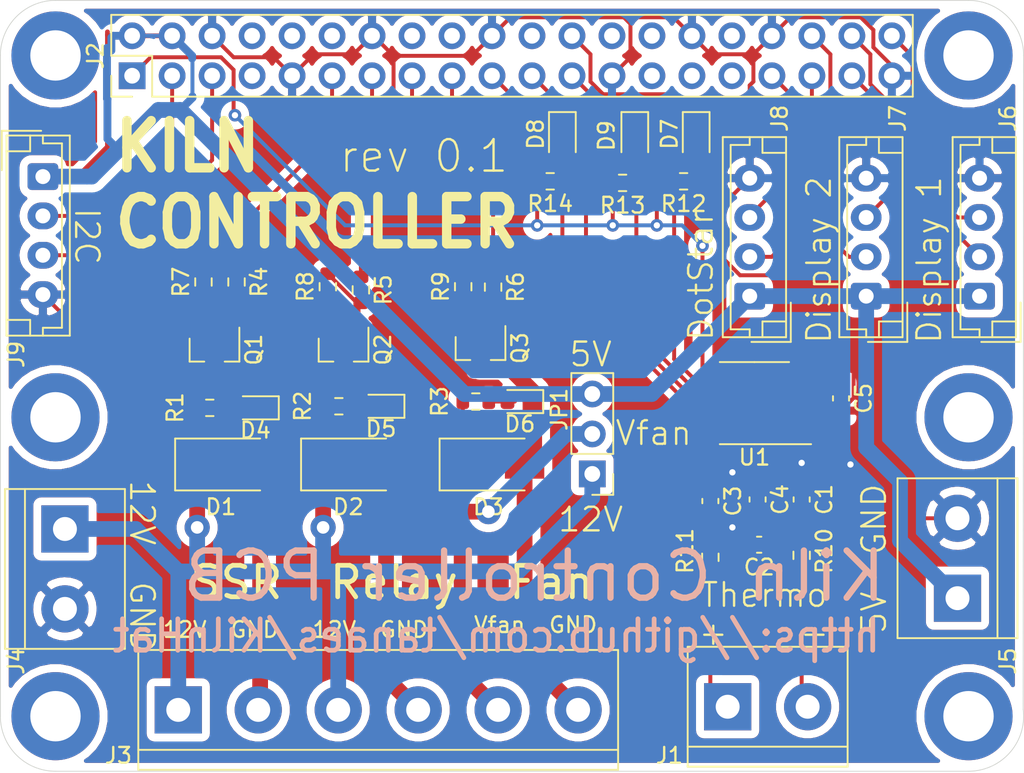
<source format=kicad_pcb>
(kicad_pcb (version 20171130) (host pcbnew "(5.1.10-1-10_14)")
  (layers (0 F.Cu signal) (31 B.Cu signal) (34 B.Paste user) (35 F.Paste user) (36 B.SilkS user) (37 F.SilkS user) (38 B.Mask user) (39 F.Mask user) (44 Edge.Cuts user))
  (net 0 "")
  (net 1 "Net-(C1-Pad2)")
  (net 2 GND)
  (net 3 "Net-(C2-Pad2)")
  (net 4 3V3)
  (net 5 mosfet0)
  (net 6 +12V)
  (net 7 mosfet1)
  (net 8 mosfet2)
  (net 9 Vfan)
  (net 10 "Net-(D4-Pad2)")
  (net 11 "Net-(D5-Pad2)")
  (net 12 "Net-(D6-Pad2)")
  (net 13 "Net-(D7-Pad2)")
  (net 14 SPI0_CS0)
  (net 15 "Net-(D8-Pad2)")
  (net 16 SPI0_MOSI)
  (net 17 "Net-(D9-Pad2)")
  (net 18 SPI0_SCLK)
  (net 19 "Net-(J1-Pad2)")
  (net 20 "Net-(J1-Pad1)")
  (net 21 DOT_DAT)
  (net 22 DOT_CLK)
  (net 23 "Net-(J2-Pad32)")
  (net 24 D2_DAT)
  (net 25 D2_CLK)
  (net 26 ID_SC)
  (net 27 ID_SD)
  (net 28 "Net-(J2-Pad26)")
  (net 29 "Net-(J2-Pad22)")
  (net 30 SPI0_MISO)
  (net 31 D1_DAT)
  (net 32 D1_CLK)
  (net 33 pwm2)
  (net 34 pwm1)
  (net 35 "Net-(J2-Pad12)")
  (net 36 pwm0)
  (net 37 "Net-(J2-Pad10)")
  (net 38 "Net-(J2-Pad8)")
  (net 39 "Net-(J2-Pad7)")
  (net 40 SCL1_I2C)
  (net 41 5V)
  (net 42 SDA1_I2C)
  (net 43 "Net-(Q1-Pad1)")
  (net 44 "Net-(Q2-Pad1)")
  (net 45 "Net-(Q3-Pad1)")
  (net 46 "Net-(U1-Pad13)")
  (net 47 "Net-(U1-Pad7)")
  (net 48 "Net-(U1-Pad6)")
  (net 49 "Net-(J2-Pad31)")
  (net 50 "Net-(J2-Pad29)")
  (net 51 "Net-(J2-Pad18)")
  (net 52 "Net-(J2-Pad16)")
  (module LED_SMD:LED_0603_1608Metric (layer F.Cu) (at 168 116.5 180)
    (fp_text reference D6 (at 0 -1.43) (layer F.SilkS))
    (fp_text value LED)
    (pad 2 smd roundrect (at 0.7875 0 180) (size 0.875 0.95) (layers F.Cu F.Paste F.Mask) (net 12 "Net-(D6-Pad2)"))
    (pad 1 smd roundrect (at -0.7875 0 180) (size 0.875 0.95) (layers F.Cu F.Paste F.Mask) (net 8 mosfet2))
  )
  (module LED_SMD:LED_0603_1608Metric (layer F.Cu) (at 159.18 116.8 180)
    (fp_text reference D5 (at 0 -1.43) (layer F.SilkS))
    (fp_text value LED)
    (pad 2 smd roundrect (at 0.7875 0 180) (size 0.875 0.95) (layers F.Cu F.Paste F.Mask) (net 11 "Net-(D5-Pad2)"))
    (pad 1 smd roundrect (at -0.7875 0 180) (size 0.875 0.95) (layers F.Cu F.Paste F.Mask) (net 7 mosfet1))
  )
  (module LED_SMD:LED_0603_1608Metric (layer F.Cu) (at 151.2 116.9 180)
    (fp_text reference D4 (at 0 -1.43) (layer F.SilkS))
    (fp_text value LED)
    (pad 2 smd roundrect (at 0.7875 0 180) (size 0.875 0.95) (layers F.Cu F.Paste F.Mask) (net 10 "Net-(D4-Pad2)"))
    (pad 1 smd roundrect (at -0.7875 0 180) (size 0.875 0.95) (layers F.Cu F.Paste F.Mask) (net 5 mosfet0))
  )
  (module MountingHole:MountingHole_3.2mm_M3_DIN965_Pad (layer F.Cu) (at 138.5 136.5)
    (fp_text reference REF** hide)
    (fp_text value MountingHole_3.2mm_M3_DIN965_Pad)
    (pad 1 thru_hole circle (at 0 0) (size 5.6 5.6) (drill 3.2) (layers *.Cu *.Mask))
  )
  (module MountingHole:MountingHole_3.2mm_M3_DIN965_Pad (layer F.Cu) (at 138.5 117.5)
    (fp_text reference REF** hide)
    (fp_text value MountingHole_3.2mm_M3_DIN965_Pad)
    (pad 1 thru_hole circle (at 0 0) (size 5.6 5.6) (drill 3.2) (layers *.Cu *.Mask))
  )
  (module MountingHole:MountingHole_3.2mm_M3_DIN965_Pad (layer F.Cu) (at 138.5 94.5)
    (fp_text reference REF** hide)
    (fp_text value MountingHole_3.2mm_M3_DIN965_Pad)
    (pad 1 thru_hole circle (at 0 0) (size 5.6 5.6) (drill 3.2) (layers *.Cu *.Mask))
  )
  (module MountingHole:MountingHole_3.2mm_M3_DIN965_Pad (layer F.Cu) (at 196.5 136.5)
    (fp_text reference REF** hide)
    (fp_text value MountingHole_3.2mm_M3_DIN965_Pad)
    (pad 1 thru_hole circle (at 0 0) (size 5.6 5.6) (drill 3.2) (layers *.Cu *.Mask))
  )
  (module MountingHole:MountingHole_3.2mm_M3_DIN965_Pad (layer F.Cu) (at 196.5 117.5)
    (fp_text reference REF** hide)
    (fp_text value MountingHole_3.2mm_M3_DIN965_Pad)
    (pad 1 thru_hole circle (at 0 0) (size 5.6 5.6) (drill 3.2) (layers *.Cu *.Mask))
  )
  (module MountingHole:MountingHole_3.2mm_M3_DIN965_Pad (layer F.Cu) (at 196.5 94.5)
    (fp_text reference REF** hide)
    (fp_text value MountingHole_3.2mm_M3_DIN965_Pad)
    (pad 1 thru_hole circle (at 0 0) (size 5.6 5.6) (drill 3.2) (layers *.Cu *.Mask))
  )
  (module Connector_PinHeader_2.54mm:PinHeader_2x20_P2.54mm_Vertical (layer F.Cu) (at 143.37 95.79 90)
    (fp_text reference J2 (at 1.27 -2.33 90) (layer F.SilkS))
    (fp_text value Conn_02x20_Odd_Even)
    (pad 40 thru_hole oval (at 2.54 48.26 90) (size 1.7 1.7) (drill 1) (layers *.Cu *.Mask) (net 31 D1_DAT))
    (pad 39 thru_hole oval (at 0 48.26 90) (size 1.7 1.7) (drill 1) (layers *.Cu *.Mask) (net 2 GND))
    (pad 38 thru_hole oval (at 2.54 45.72 90) (size 1.7 1.7) (drill 1) (layers *.Cu *.Mask) (net 32 D1_CLK))
    (pad 37 thru_hole oval (at 0 45.72 90) (size 1.7 1.7) (drill 1) (layers *.Cu *.Mask) (net 24 D2_DAT))
    (pad 36 thru_hole oval (at 2.54 43.18 90) (size 1.7 1.7) (drill 1) (layers *.Cu *.Mask) (net 25 D2_CLK))
    (pad 35 thru_hole oval (at 0 43.18 90) (size 1.7 1.7) (drill 1) (layers *.Cu *.Mask) (net 22 DOT_CLK))
    (pad 34 thru_hole oval (at 2.54 40.64 90) (size 1.7 1.7) (drill 1) (layers *.Cu *.Mask) (net 2 GND))
    (pad 33 thru_hole oval (at 0 40.64 90) (size 1.7 1.7) (drill 1) (layers *.Cu *.Mask) (net 21 DOT_DAT))
    (pad 32 thru_hole oval (at 2.54 38.1 90) (size 1.7 1.7) (drill 1) (layers *.Cu *.Mask) (net 23 "Net-(J2-Pad32)"))
    (pad 31 thru_hole oval (at 0 38.1 90) (size 1.7 1.7) (drill 1) (layers *.Cu *.Mask) (net 49 "Net-(J2-Pad31)"))
    (pad 30 thru_hole oval (at 2.54 35.56 90) (size 1.7 1.7) (drill 1) (layers *.Cu *.Mask) (net 2 GND))
    (pad 29 thru_hole oval (at 0 35.56 90) (size 1.7 1.7) (drill 1) (layers *.Cu *.Mask) (net 50 "Net-(J2-Pad29)"))
    (pad 28 thru_hole oval (at 2.54 33.02 90) (size 1.7 1.7) (drill 1) (layers *.Cu *.Mask) (net 26 ID_SC))
    (pad 27 thru_hole oval (at 0 33.02 90) (size 1.7 1.7) (drill 1) (layers *.Cu *.Mask) (net 27 ID_SD))
    (pad 26 thru_hole oval (at 2.54 30.48 90) (size 1.7 1.7) (drill 1) (layers *.Cu *.Mask) (net 28 "Net-(J2-Pad26)"))
    (pad 25 thru_hole oval (at 0 30.48 90) (size 1.7 1.7) (drill 1) (layers *.Cu *.Mask) (net 2 GND))
    (pad 24 thru_hole oval (at 2.54 27.94 90) (size 1.7 1.7) (drill 1) (layers *.Cu *.Mask) (net 14 SPI0_CS0))
    (pad 23 thru_hole oval (at 0 27.94 90) (size 1.7 1.7) (drill 1) (layers *.Cu *.Mask) (net 18 SPI0_SCLK))
    (pad 22 thru_hole oval (at 2.54 25.4 90) (size 1.7 1.7) (drill 1) (layers *.Cu *.Mask) (net 29 "Net-(J2-Pad22)"))
    (pad 21 thru_hole oval (at 0 25.4 90) (size 1.7 1.7) (drill 1) (layers *.Cu *.Mask) (net 30 SPI0_MISO))
    (pad 20 thru_hole oval (at 2.54 22.86 90) (size 1.7 1.7) (drill 1) (layers *.Cu *.Mask) (net 2 GND))
    (pad 19 thru_hole oval (at 0 22.86 90) (size 1.7 1.7) (drill 1) (layers *.Cu *.Mask) (net 16 SPI0_MOSI))
    (pad 18 thru_hole oval (at 2.54 20.32 90) (size 1.7 1.7) (drill 1) (layers *.Cu *.Mask) (net 51 "Net-(J2-Pad18)"))
    (pad 17 thru_hole oval (at 0 20.32 90) (size 1.7 1.7) (drill 1) (layers *.Cu *.Mask) (net 4 3V3))
    (pad 16 thru_hole oval (at 2.54 17.78 90) (size 1.7 1.7) (drill 1) (layers *.Cu *.Mask) (net 52 "Net-(J2-Pad16)"))
    (pad 15 thru_hole oval (at 0 17.78 90) (size 1.7 1.7) (drill 1) (layers *.Cu *.Mask) (net 33 pwm2))
    (pad 14 thru_hole oval (at 2.54 15.24 90) (size 1.7 1.7) (drill 1) (layers *.Cu *.Mask) (net 2 GND))
    (pad 13 thru_hole oval (at 0 15.24 90) (size 1.7 1.7) (drill 1) (layers *.Cu *.Mask) (net 34 pwm1))
    (pad 12 thru_hole oval (at 2.54 12.7 90) (size 1.7 1.7) (drill 1) (layers *.Cu *.Mask) (net 35 "Net-(J2-Pad12)"))
    (pad 11 thru_hole oval (at 0 12.7 90) (size 1.7 1.7) (drill 1) (layers *.Cu *.Mask) (net 36 pwm0))
    (pad 10 thru_hole oval (at 2.54 10.16 90) (size 1.7 1.7) (drill 1) (layers *.Cu *.Mask) (net 37 "Net-(J2-Pad10)"))
    (pad 9 thru_hole oval (at 0 10.16 90) (size 1.7 1.7) (drill 1) (layers *.Cu *.Mask) (net 2 GND))
    (pad 8 thru_hole oval (at 2.54 7.62 90) (size 1.7 1.7) (drill 1) (layers *.Cu *.Mask) (net 38 "Net-(J2-Pad8)"))
    (pad 7 thru_hole oval (at 0 7.62 90) (size 1.7 1.7) (drill 1) (layers *.Cu *.Mask) (net 39 "Net-(J2-Pad7)"))
    (pad 6 thru_hole oval (at 2.54 5.08 90) (size 1.7 1.7) (drill 1) (layers *.Cu *.Mask) (net 2 GND))
    (pad 5 thru_hole oval (at 0 5.08 90) (size 1.7 1.7) (drill 1) (layers *.Cu *.Mask) (net 40 SCL1_I2C))
    (pad 4 thru_hole oval (at 2.54 2.54 90) (size 1.7 1.7) (drill 1) (layers *.Cu *.Mask) (net 41 5V))
    (pad 3 thru_hole oval (at 0 2.54 90) (size 1.7 1.7) (drill 1) (layers *.Cu *.Mask) (net 42 SDA1_I2C))
    (pad 2 thru_hole oval (at 2.54 0 90) (size 1.7 1.7) (drill 1) (layers *.Cu *.Mask) (net 41 5V))
    (pad 1 thru_hole rect (at 0 0 90) (size 1.7 1.7) (drill 1) (layers *.Cu *.Mask) (net 4 3V3))
  )
  (module Connector_JST:JST_EH_B4B-EH-A_1x04_P2.50mm_Vertical (layer F.Cu) (at 190 109.8 90)
    (fp_text reference J7 (at 11.3 2 90) (layer F.SilkS))
    (fp_text value Disp2)
    (pad 4 thru_hole oval (at 7.5 0 90) (size 1.7 1.95) (drill 0.95) (layers *.Cu *.Mask) (net 2 GND))
    (pad 3 thru_hole oval (at 5 0 90) (size 1.7 1.95) (drill 0.95) (layers *.Cu *.Mask) (net 24 D2_DAT))
    (pad 2 thru_hole oval (at 2.5 0 90) (size 1.7 1.95) (drill 0.95) (layers *.Cu *.Mask) (net 25 D2_CLK))
    (pad 1 thru_hole roundrect (at 0 0 90) (size 1.7 1.95) (drill 0.95) (layers *.Cu *.Mask) (roundrect_rratio 0.1470588235294118) (net 41 5V))
  )
  (module TerminalBlock:TerminalBlock_bornier-6_P5.08mm (layer F.Cu) (at 146.3 136.1)
    (fp_text reference J3 (at -3.8 2.9) (layer F.SilkS))
    (fp_text value Screw_Terminal_01x06)
    (pad 6 thru_hole circle (at 25.4 0) (size 3 3) (drill 1.52) (layers *.Cu *.Mask) (net 8 mosfet2))
    (pad 5 thru_hole circle (at 20.32 0) (size 3 3) (drill 1.52) (layers *.Cu *.Mask) (net 9 Vfan))
    (pad 4 thru_hole circle (at 15.24 0) (size 3 3) (drill 1.52) (layers *.Cu *.Mask) (net 7 mosfet1))
    (pad 1 thru_hole rect (at 0 0) (size 3 3) (drill 1.52) (layers *.Cu *.Mask) (net 6 +12V))
    (pad 3 thru_hole circle (at 10.16 0) (size 3 3) (drill 1.52) (layers *.Cu *.Mask) (net 6 +12V))
    (pad 2 thru_hole circle (at 5.08 0) (size 3 3) (drill 1.52) (layers *.Cu *.Mask) (net 5 mosfet0))
  )
  (module Package_SO:TSSOP-14_4.4x5mm_P0.65mm (layer F.Cu) (at 182.9 116.6 180)
    (fp_text reference U1 (at 0 -3.45) (layer F.SilkS))
    (fp_text value MAX31856)
    (pad 14 smd roundrect (at 2.8625 -1.95 180) (size 1.475 0.4) (layers F.Cu F.Paste F.Mask) (net 2 GND))
    (pad 13 smd roundrect (at 2.8625 -1.3 180) (size 1.475 0.4) (layers F.Cu F.Paste F.Mask) (net 46 "Net-(U1-Pad13)"))
    (pad 12 smd roundrect (at 2.8625 -0.65 180) (size 1.475 0.4) (layers F.Cu F.Paste F.Mask) (net 15 "Net-(D8-Pad2)"))
    (pad 11 smd roundrect (at 2.8625 0 180) (size 1.475 0.4) (layers F.Cu F.Paste F.Mask) (net 30 SPI0_MISO))
    (pad 10 smd roundrect (at 2.8625 0.65 180) (size 1.475 0.4) (layers F.Cu F.Paste F.Mask) (net 17 "Net-(D9-Pad2)"))
    (pad 9 smd roundrect (at 2.8625 1.3 180) (size 1.475 0.4) (layers F.Cu F.Paste F.Mask) (net 13 "Net-(D7-Pad2)"))
    (pad 8 smd roundrect (at 2.8625 1.95 180) (size 1.475 0.4) (layers F.Cu F.Paste F.Mask) (net 4 3V3))
    (pad 7 smd roundrect (at -2.8625 1.95 180) (size 1.475 0.4) (layers F.Cu F.Paste F.Mask) (net 47 "Net-(U1-Pad7)"))
    (pad 6 smd roundrect (at -2.8625 1.3 180) (size 1.475 0.4) (layers F.Cu F.Paste F.Mask) (net 48 "Net-(U1-Pad6)"))
    (pad 5 smd roundrect (at -2.8625 0.65 180) (size 1.475 0.4) (layers F.Cu F.Paste F.Mask) (net 4 3V3))
    (pad 4 smd roundrect (at -2.8625 0 180) (size 1.475 0.4) (layers F.Cu F.Paste F.Mask) (net 3 "Net-(C2-Pad2)"))
    (pad 3 smd roundrect (at -2.8625 -0.65 180) (size 1.475 0.4) (layers F.Cu F.Paste F.Mask) (net 1 "Net-(C1-Pad2)"))
    (pad 2 smd roundrect (at -2.8625 -1.3 180) (size 1.475 0.4) (layers F.Cu F.Paste F.Mask) (net 19 "Net-(J1-Pad2)"))
    (pad 1 smd roundrect (at -2.8625 -1.95 180) (size 1.475 0.4) (layers F.Cu F.Paste F.Mask) (net 2 GND))
  )
  (module Resistor_SMD:R_0603_1608Metric (layer F.Cu) (at 169.925 102.5 180)
    (fp_text reference R14 (at 0 -1.43) (layer F.SilkS))
    (fp_text value 10k)
    (pad 2 smd roundrect (at 0.825 0 180) (size 0.8 0.95) (layers F.Cu F.Paste F.Mask) (net 4 3V3))
    (pad 1 smd roundrect (at -0.825 0 180) (size 0.8 0.95) (layers F.Cu F.Paste F.Mask) (net 15 "Net-(D8-Pad2)"))
  )
  (module Resistor_SMD:R_0603_1608Metric (layer F.Cu) (at 174.525 102.6 180)
    (fp_text reference R13 (at 0 -1.43) (layer F.SilkS))
    (fp_text value 10k)
    (pad 2 smd roundrect (at 0.825 0 180) (size 0.8 0.95) (layers F.Cu F.Paste F.Mask) (net 4 3V3))
    (pad 1 smd roundrect (at -0.825 0 180) (size 0.8 0.95) (layers F.Cu F.Paste F.Mask) (net 17 "Net-(D9-Pad2)"))
  )
  (module Resistor_SMD:R_0603_1608Metric (layer F.Cu) (at 178.4 102.5 180)
    (fp_text reference R12 (at 0 -1.43) (layer F.SilkS))
    (fp_text value 10k)
    (pad 2 smd roundrect (at 0.825 0 180) (size 0.8 0.95) (layers F.Cu F.Paste F.Mask) (net 4 3V3))
    (pad 1 smd roundrect (at -0.825 0 180) (size 0.8 0.95) (layers F.Cu F.Paste F.Mask) (net 13 "Net-(D7-Pad2)"))
  )
  (module Resistor_SMD:R_0603_1608Metric (layer F.Cu) (at 180.1 126.4 270)
    (fp_text reference R11 (at -0.4 1.6 270) (layer F.SilkS))
    (fp_text value 100)
    (pad 2 smd roundrect (at 0.825 0 270) (size 0.8 0.95) (layers F.Cu F.Paste F.Mask) (net 20 "Net-(J1-Pad1)"))
    (pad 1 smd roundrect (at -0.825 0 270) (size 0.8 0.95) (layers F.Cu F.Paste F.Mask) (net 3 "Net-(C2-Pad2)"))
  )
  (module Resistor_SMD:R_0603_1608Metric (layer F.Cu) (at 185.9 126.275 270)
    (fp_text reference R10 (at -0.275 -1.43 90) (layer F.SilkS))
    (fp_text value 100)
    (pad 2 smd roundrect (at 0.825 0 270) (size 0.8 0.95) (layers F.Cu F.Paste F.Mask) (net 19 "Net-(J1-Pad2)"))
    (pad 1 smd roundrect (at -0.825 0 270) (size 0.8 0.95) (layers F.Cu F.Paste F.Mask) (net 1 "Net-(C1-Pad2)"))
  )
  (module Resistor_SMD:R_0603_1608Metric (layer F.Cu) (at 164.4 109.2 90)
    (fp_text reference R9 (at 0 -1.43 90) (layer F.SilkS))
    (fp_text value 10k)
    (pad 2 smd roundrect (at 0.825 0 90) (size 0.8 0.95) (layers F.Cu F.Paste F.Mask) (net 45 "Net-(Q3-Pad1)"))
    (pad 1 smd roundrect (at -0.825 0 90) (size 0.8 0.95) (layers F.Cu F.Paste F.Mask) (net 2 GND))
  )
  (module Resistor_SMD:R_0603_1608Metric (layer F.Cu) (at 155.8 109.2 90)
    (fp_text reference R8 (at 0 -1.43 90) (layer F.SilkS))
    (fp_text value 10k)
    (pad 2 smd roundrect (at 0.825 0 90) (size 0.8 0.95) (layers F.Cu F.Paste F.Mask) (net 44 "Net-(Q2-Pad1)"))
    (pad 1 smd roundrect (at -0.825 0 90) (size 0.8 0.95) (layers F.Cu F.Paste F.Mask) (net 2 GND))
  )
  (module Resistor_SMD:R_0603_1608Metric (layer F.Cu) (at 147.9 108.9 90)
    (fp_text reference R7 (at 0 -1.43 90) (layer F.SilkS))
    (fp_text value 10k)
    (pad 2 smd roundrect (at 0.825 0 90) (size 0.8 0.95) (layers F.Cu F.Paste F.Mask) (net 43 "Net-(Q1-Pad1)"))
    (pad 1 smd roundrect (at -0.825 0 90) (size 0.8 0.95) (layers F.Cu F.Paste F.Mask) (net 2 GND))
  )
  (module Resistor_SMD:R_0603_1608Metric (layer F.Cu) (at 166.3 109.225 270)
    (fp_text reference R6 (at 0 -1.43 90) (layer F.SilkS))
    (fp_text value 100)
    (pad 2 smd roundrect (at 0.825 0 270) (size 0.8 0.95) (layers F.Cu F.Paste F.Mask) (net 45 "Net-(Q3-Pad1)"))
    (pad 1 smd roundrect (at -0.825 0 270) (size 0.8 0.95) (layers F.Cu F.Paste F.Mask) (net 33 pwm2))
  )
  (module Resistor_SMD:R_0603_1608Metric (layer F.Cu) (at 157.9 109.4 270)
    (fp_text reference R5 (at 0 -1.43 90) (layer F.SilkS))
    (fp_text value 100)
    (pad 2 smd roundrect (at 0.825 0 270) (size 0.8 0.95) (layers F.Cu F.Paste F.Mask) (net 44 "Net-(Q2-Pad1)"))
    (pad 1 smd roundrect (at -0.825 0 270) (size 0.8 0.95) (layers F.Cu F.Paste F.Mask) (net 34 pwm1))
  )
  (module Resistor_SMD:R_0603_1608Metric (layer F.Cu) (at 150 108.9 270)
    (fp_text reference R4 (at 0 -1.43 90) (layer F.SilkS))
    (fp_text value 100)
    (pad 2 smd roundrect (at 0.825 0 270) (size 0.8 0.95) (layers F.Cu F.Paste F.Mask) (net 43 "Net-(Q1-Pad1)"))
    (pad 1 smd roundrect (at -0.825 0 270) (size 0.8 0.95) (layers F.Cu F.Paste F.Mask) (net 36 pwm0))
  )
  (module Resistor_SMD:R_0603_1608Metric (layer F.Cu) (at 165.2 116.5 180)
    (fp_text reference R3 (at 2.3 0 90) (layer F.SilkS))
    (fp_text value 4.7k)
    (pad 2 smd roundrect (at 0.825 0 180) (size 0.8 0.95) (layers F.Cu F.Paste F.Mask) (net 9 Vfan))
    (pad 1 smd roundrect (at -0.825 0 180) (size 0.8 0.95) (layers F.Cu F.Paste F.Mask) (net 12 "Net-(D6-Pad2)"))
  )
  (module Resistor_SMD:R_0603_1608Metric (layer F.Cu) (at 156.5 116.8 180)
    (fp_text reference R2 (at 2.3 0 90) (layer F.SilkS))
    (fp_text value 4.7k)
    (pad 2 smd roundrect (at 0.825 0 180) (size 0.8 0.95) (layers F.Cu F.Paste F.Mask) (net 6 +12V))
    (pad 1 smd roundrect (at -0.825 0 180) (size 0.8 0.95) (layers F.Cu F.Paste F.Mask) (net 11 "Net-(D5-Pad2)"))
  )
  (module Resistor_SMD:R_0603_1608Metric (layer F.Cu) (at 148.3 116.9 180)
    (fp_text reference R1 (at 2.2 0 90) (layer F.SilkS))
    (fp_text value 4.7k)
    (pad 2 smd roundrect (at 0.825 0 180) (size 0.8 0.95) (layers F.Cu F.Paste F.Mask) (net 6 +12V))
    (pad 1 smd roundrect (at -0.825 0 180) (size 0.8 0.95) (layers F.Cu F.Paste F.Mask) (net 10 "Net-(D4-Pad2)"))
  )
  (module Package_TO_SOT_SMD:SOT-23 (layer F.Cu) (at 165.5 113.1 270)
    (fp_text reference Q3 (at 0 -2.5 90) (layer F.SilkS))
    (fp_text value AO3400A)
    (pad 3 smd rect (at 1 0 270) (size 0.9 0.8) (layers F.Cu F.Paste F.Mask) (net 8 mosfet2))
    (pad 2 smd rect (at -1 0.95 270) (size 0.9 0.8) (layers F.Cu F.Paste F.Mask) (net 2 GND))
    (pad 1 smd rect (at -1 -0.95 270) (size 0.9 0.8) (layers F.Cu F.Paste F.Mask) (net 45 "Net-(Q3-Pad1)"))
  )
  (module Package_TO_SOT_SMD:SOT-23 (layer F.Cu) (at 156.8 113.2 270)
    (fp_text reference Q2 (at 0 -2.5 90) (layer F.SilkS))
    (fp_text value AO3400A)
    (pad 3 smd rect (at 1 0 270) (size 0.9 0.8) (layers F.Cu F.Paste F.Mask) (net 7 mosfet1))
    (pad 2 smd rect (at -1 0.95 270) (size 0.9 0.8) (layers F.Cu F.Paste F.Mask) (net 2 GND))
    (pad 1 smd rect (at -1 -0.95 270) (size 0.9 0.8) (layers F.Cu F.Paste F.Mask) (net 44 "Net-(Q2-Pad1)"))
  )
  (module Package_TO_SOT_SMD:SOT-23 (layer F.Cu) (at 148.6 113.2 270)
    (fp_text reference Q1 (at 0 -2.5 90) (layer F.SilkS))
    (fp_text value AO3400A)
    (pad 3 smd rect (at 1 0 270) (size 0.9 0.8) (layers F.Cu F.Paste F.Mask) (net 5 mosfet0))
    (pad 2 smd rect (at -1 0.95 270) (size 0.9 0.8) (layers F.Cu F.Paste F.Mask) (net 2 GND))
    (pad 1 smd rect (at -1 -0.95 270) (size 0.9 0.8) (layers F.Cu F.Paste F.Mask) (net 43 "Net-(Q1-Pad1)"))
  )
  (module Connector_PinHeader_2.54mm:PinHeader_1x03_P2.54mm_Vertical (layer F.Cu) (at 172.6 121.1 180)
    (fp_text reference JP1 (at 2.1 4.1 90) (layer F.SilkS))
    (fp_text value Jumper_3_Bridged12)
    (pad 3 thru_hole oval (at 0 5.08 180) (size 1.7 1.7) (drill 1) (layers *.Cu *.Mask) (net 41 5V))
    (pad 2 thru_hole oval (at 0 2.54 180) (size 1.7 1.7) (drill 1) (layers *.Cu *.Mask) (net 9 Vfan))
    (pad 1 thru_hole rect (at 0 0 180) (size 1.7 1.7) (drill 1) (layers *.Cu *.Mask) (net 6 +12V))
  )
  (module Connector_JST:JST_EH_B4B-EH-A_1x04_P2.50mm_Vertical (layer F.Cu) (at 137.7 102.2 270)
    (fp_text reference J9 (at 11.3 1.7 90) (layer F.SilkS))
    (fp_text value I2C)
    (pad 4 thru_hole oval (at 7.5 0 270) (size 1.7 1.95) (drill 0.95) (layers *.Cu *.Mask) (net 2 GND))
    (pad 3 thru_hole oval (at 5 0 270) (size 1.7 1.95) (drill 0.95) (layers *.Cu *.Mask) (net 40 SCL1_I2C))
    (pad 2 thru_hole oval (at 2.5 0 270) (size 1.7 1.95) (drill 0.95) (layers *.Cu *.Mask) (net 42 SDA1_I2C))
    (pad 1 thru_hole roundrect (at 0 0 270) (size 1.7 1.95) (drill 0.95) (layers *.Cu *.Mask) (roundrect_rratio 0.1470588235294118) (net 41 5V))
  )
  (module Connector_JST:JST_EH_B4B-EH-A_1x04_P2.50mm_Vertical (layer F.Cu) (at 182.6 109.8 90)
    (fp_text reference J8 (at 11.3 1.9 90) (layer F.SilkS))
    (fp_text value DotStar)
    (pad 4 thru_hole oval (at 7.5 0 90) (size 1.7 1.95) (drill 0.95) (layers *.Cu *.Mask) (net 2 GND))
    (pad 3 thru_hole oval (at 5 0 90) (size 1.7 1.95) (drill 0.95) (layers *.Cu *.Mask) (net 21 DOT_DAT))
    (pad 2 thru_hole oval (at 2.5 0 90) (size 1.7 1.95) (drill 0.95) (layers *.Cu *.Mask) (net 22 DOT_CLK))
    (pad 1 thru_hole roundrect (at 0 0 90) (size 1.7 1.95) (drill 0.95) (layers *.Cu *.Mask) (roundrect_rratio 0.1470588235294118) (net 41 5V))
  )
  (module Connector_JST:JST_EH_B4B-EH-A_1x04_P2.50mm_Vertical (layer F.Cu) (at 197.2 109.8 90)
    (fp_text reference J6 (at 11.3 1.8 90) (layer F.SilkS))
    (fp_text value Disp1)
    (pad 4 thru_hole oval (at 7.5 0 90) (size 1.7 1.95) (drill 0.95) (layers *.Cu *.Mask) (net 2 GND))
    (pad 3 thru_hole oval (at 5 0 90) (size 1.7 1.95) (drill 0.95) (layers *.Cu *.Mask) (net 31 D1_DAT))
    (pad 2 thru_hole oval (at 2.5 0 90) (size 1.7 1.95) (drill 0.95) (layers *.Cu *.Mask) (net 32 D1_CLK))
    (pad 1 thru_hole roundrect (at 0 0 90) (size 1.7 1.95) (drill 0.95) (layers *.Cu *.Mask) (roundrect_rratio 0.1470588235294118) (net 41 5V))
  )
  (module TerminalBlock:TerminalBlock_bornier-2_P5.08mm (layer F.Cu) (at 195.8 129 90)
    (fp_text reference J5 (at -4 3.2 90) (layer F.SilkS))
    (fp_text value "5V PS in")
    (pad 2 thru_hole circle (at 5.08 0 90) (size 3 3) (drill 1.52) (layers *.Cu *.Mask) (net 2 GND))
    (pad 1 thru_hole rect (at 0 0 90) (size 3 3) (drill 1.52) (layers *.Cu *.Mask) (net 41 5V))
  )
  (module TerminalBlock:TerminalBlock_bornier-2_P5.08mm (layer F.Cu) (at 139.1 124.6 270)
    (fp_text reference J4 (at 8.4 3.1 90) (layer F.SilkS))
    (fp_text value "12V PS in")
    (pad 2 thru_hole circle (at 5.08 0 270) (size 3 3) (drill 1.52) (layers *.Cu *.Mask) (net 2 GND))
    (pad 1 thru_hole rect (at 0 0 270) (size 3 3) (drill 1.52) (layers *.Cu *.Mask) (net 6 +12V))
  )
  (module TerminalBlock:TerminalBlock_bornier-2_P5.08mm (layer F.Cu) (at 181.2 135.9)
    (fp_text reference J1 (at -3.7 3.1) (layer F.SilkS))
    (fp_text value Screw_Terminal_01x02)
    (pad 2 thru_hole circle (at 5.08 0) (size 3 3) (drill 1.52) (layers *.Cu *.Mask) (net 19 "Net-(J1-Pad2)"))
    (pad 1 thru_hole rect (at 0 0) (size 3 3) (drill 1.52) (layers *.Cu *.Mask) (net 20 "Net-(J1-Pad1)"))
  )
  (module Diode_SMD:D_SOD-323 (layer F.Cu) (at 175.3 99.6 270)
    (fp_text reference D9 (at 0 1.8 90) (layer F.SilkS))
    (fp_text value 1N4148WS)
    (pad 2 smd rect (at 1.05 0 270) (size 0.6 0.45) (layers F.Cu F.Paste F.Mask) (net 17 "Net-(D9-Pad2)"))
    (pad 1 smd rect (at -1.05 0 270) (size 0.6 0.45) (layers F.Cu F.Paste F.Mask) (net 18 SPI0_SCLK))
  )
  (module Diode_SMD:D_SOD-323 (layer F.Cu) (at 170.7 99.6 270)
    (fp_text reference D8 (at -0.1 1.7 90) (layer F.SilkS))
    (fp_text value 1N4148WS)
    (pad 2 smd rect (at 1.05 0 270) (size 0.6 0.45) (layers F.Cu F.Paste F.Mask) (net 15 "Net-(D8-Pad2)"))
    (pad 1 smd rect (at -1.05 0 270) (size 0.6 0.45) (layers F.Cu F.Paste F.Mask) (net 16 SPI0_MOSI))
  )
  (module Diode_SMD:D_SOD-323 (layer F.Cu) (at 179.2 99.6 270)
    (fp_text reference D7 (at -0.1 1.7 90) (layer F.SilkS))
    (fp_text value 1N4148WS)
    (pad 2 smd rect (at 1.05 0 270) (size 0.6 0.45) (layers F.Cu F.Paste F.Mask) (net 13 "Net-(D7-Pad2)"))
    (pad 1 smd rect (at -1.05 0 270) (size 0.6 0.45) (layers F.Cu F.Paste F.Mask) (net 14 SPI0_CS0))
  )
  (module Diode_SMD:D_SMA (layer F.Cu) (at 166.3 120.5)
    (fp_text reference D3 (at -0.3 2.7) (layer F.SilkS))
    (fp_text value D_Schottky)
    (pad 2 smd rect (at 2 0) (size 2.5 1.8) (layers F.Cu F.Paste F.Mask) (net 8 mosfet2))
    (pad 1 smd rect (at -2 0) (size 2.5 1.8) (layers F.Cu F.Paste F.Mask) (net 9 Vfan))
  )
  (module Diode_SMD:D_SMA (layer F.Cu) (at 157.5 120.5)
    (fp_text reference D2 (at -0.4 2.7) (layer F.SilkS))
    (fp_text value D_Schottky)
    (pad 2 smd rect (at 2 0) (size 2.5 1.8) (layers F.Cu F.Paste F.Mask) (net 7 mosfet1))
    (pad 1 smd rect (at -2 0) (size 2.5 1.8) (layers F.Cu F.Paste F.Mask) (net 6 +12V))
  )
  (module Diode_SMD:D_SMA (layer F.Cu) (at 149.5 120.5)
    (fp_text reference D1 (at -0.5 2.7) (layer F.SilkS))
    (fp_text value D_Schottky)
    (pad 2 smd rect (at 2 0) (size 2.5 1.8) (layers F.Cu F.Paste F.Mask) (net 5 mosfet0))
    (pad 1 smd rect (at -2 0) (size 2.5 1.8) (layers F.Cu F.Paste F.Mask) (net 6 +12V))
  )
  (module Capacitor_SMD:C_0603_1608Metric (layer F.Cu) (at 188.4 116.3 270)
    (fp_text reference C5 (at 0 -1.43 90) (layer F.SilkS))
    (fp_text value .1uF)
    (pad 2 smd roundrect (at 0.775 0 270) (size 0.9 0.95) (layers F.Cu F.Paste F.Mask) (net 2 GND))
    (pad 1 smd roundrect (at -0.775 0 270) (size 0.9 0.95) (layers F.Cu F.Paste F.Mask) (net 4 3V3))
  )
  (module Capacitor_SMD:C_0603_1608Metric (layer F.Cu) (at 183.1 122.725 270)
    (fp_text reference C4 (at 0 -1.43 90) (layer F.SilkS))
    (fp_text value .1uF)
    (pad 2 smd roundrect (at 0.775 0 270) (size 0.9 0.95) (layers F.Cu F.Paste F.Mask) (net 2 GND))
    (pad 1 smd roundrect (at -0.775 0 270) (size 0.9 0.95) (layers F.Cu F.Paste F.Mask) (net 4 3V3))
  )
  (module Capacitor_SMD:C_0603_1608Metric (layer F.Cu) (at 180.1 122.825 270)
    (fp_text reference C3 (at 0 -1.43 90) (layer F.SilkS))
    (fp_text value .01uF)
    (pad 2 smd roundrect (at 0.775 0 270) (size 0.9 0.95) (layers F.Cu F.Paste F.Mask) (net 2 GND))
    (pad 1 smd roundrect (at -0.775 0 270) (size 0.9 0.95) (layers F.Cu F.Paste F.Mask) (net 3 "Net-(C2-Pad2)"))
  )
  (module Capacitor_SMD:C_0603_1608Metric (layer F.Cu) (at 183.2 125.6 180)
    (fp_text reference C2 (at 0 -1.43) (layer F.SilkS))
    (fp_text value .1uF)
    (pad 2 smd roundrect (at 0.775 0 180) (size 0.9 0.95) (layers F.Cu F.Paste F.Mask) (net 3 "Net-(C2-Pad2)"))
    (pad 1 smd roundrect (at -0.775 0 180) (size 0.9 0.95) (layers F.Cu F.Paste F.Mask) (net 1 "Net-(C1-Pad2)"))
  )
  (module Capacitor_SMD:C_0603_1608Metric (layer F.Cu) (at 185.9 122.725 270)
    (fp_text reference C1 (at 0 -1.43 90) (layer F.SilkS))
    (fp_text value .01uF)
    (pad 2 smd roundrect (at 0.775 0 270) (size 0.9 0.95) (layers F.Cu F.Paste F.Mask) (net 1 "Net-(C1-Pad2)"))
    (pad 1 smd roundrect (at -0.775 0 270) (size 0.9 0.95) (layers F.Cu F.Paste F.Mask) (net 2 GND))
  )
  (gr_text https://github.com/tanaes/KilnHat (at 166.5 131.4) (layer B.SilkS) (effects (font (size 2 1.8) (thickness 0.3)) (justify mirror)))
  (gr_text "Kiln Controller PCB\n" (at 168.9 127.6) (layer B.SilkS) (effects (font (size 3 3) (thickness 0.4)) (justify mirror)))
  (gr_text "rev 0.1" (at 161.9 100.9) (layer F.SilkS) (effects (font (size 2 2))))
  (gr_text "KILN\nCONTROLLER" (at 142 102.7) (layer F.SilkS) (effects (font (size 3 2.7) (thickness 0.6)) (justify left)))
  (gr_text "Thermo\n+    -" (at 183.5 130) (layer F.SilkS) (effects (font (size 1.5 1.5))))
  (gr_text I2C (at 140.5 106 -90) (layer F.SilkS) (effects (font (size 1.5 1.5))))
  (gr_text "12V  GND" (at 144 127 270) (layer F.SilkS) (effects (font (size 1.5 1.5))))
  (gr_text "Vfan  GND\n\n" (at 169 131.5) (layer F.SilkS) (effects (font (size 1 1))))
  (gr_text "12V  GND\n" (at 158.5 131) (layer F.SilkS) (effects (font (size 1 1))))
  (gr_text "12V  GND" (at 149 131) (layer F.SilkS) (effects (font (size 1 1))))
  (gr_text Fan (at 170 128) (layer F.SilkS) (effects (font (size 2 2) (thickness 0.3))))
  (gr_text Relay (at 160 128) (layer F.SilkS) (effects (font (size 2 2) (thickness 0.3))))
  (gr_text SSR (at 150 128) (layer F.SilkS) (effects (font (size 2 2) (thickness 0.3))))
  (gr_text Vfan (at 176.5 118.5) (layer F.SilkS) (effects (font (size 1.5 1.5))))
  (gr_text 12V (at 172.5 124) (layer F.SilkS) (effects (font (size 1.5 1.5))))
  (gr_text 5V (at 172.5 113.5) (layer F.SilkS) (effects (font (size 1.5 1.5))))
  (gr_text "5V  GND" (at 190.5 126.5 90) (layer F.SilkS) (effects (font (size 1.5 1.5))))
  (gr_text "Display 1" (at 194 107.5 90) (layer F.SilkS) (effects (font (size 1.5 1.5))))
  (gr_text "Display 2" (at 187 107.5 90) (layer F.SilkS) (effects (font (size 1.5 1.5))))
  (gr_text DotStar (at 179.5 108.5 90) (layer F.SilkS) (effects (font (size 1.5 1.5))))
  (gr_line (start 196.5 91) (end 138.5 91) (layer Edge.Cuts) (width 0.05))
  (gr_line (start 199.972973 136.065878) (end 200 94.5) (layer Edge.Cuts) (width 0.05))
  (gr_line (start 138.5 140) (end 196.5 140) (layer Edge.Cuts) (width 0.05))
  (gr_line (start 135 94.5) (end 135 136.5) (layer Edge.Cuts) (width 0.05))
  (gr_arc (start 138.5 94.5) (end 138.5 91) (angle -90) (layer Edge.Cuts) (width 0.05))
  (gr_arc (start 138.5 136.5) (end 135 136.5) (angle -90) (layer Edge.Cuts) (width 0.05))
  (gr_arc (start 196.5 136.5) (end 196.5 140) (angle -97.12501635) (layer Edge.Cuts) (width 0.05))
  (gr_arc (start 196.5 94.5) (end 200 94.5) (angle -90) (layer Edge.Cuts) (width 0.05))
  (segment (start 185.9 125.45) (end 185.9 123.5) (width 0.25) (layer F.Cu) (net 1))
  (segment (start 185.9 123.5) (end 186.3 123.5) (width 0.25) (layer F.Cu) (net 1))
  (segment (start 186.451058 117.25) (end 185.7625 117.25) (width 0.25) (layer F.Cu) (net 1))
  (segment (start 185.425 123.5) (end 184.5 122.575) (width 0.25) (layer F.Cu) (net 1))
  (segment (start 185.9 123.5) (end 185.425 123.5) (width 0.25) (layer F.Cu) (net 1))
  (segment (start 184.5 117.823942) (end 185.073942 117.25) (width 0.25) (layer F.Cu) (net 1))
  (segment (start 185.073942 117.25) (end 185.7625 117.25) (width 0.25) (layer F.Cu) (net 1))
  (segment (start 184.5 122.575) (end 184.5 117.823942) (width 0.25) (layer F.Cu) (net 1))
  (segment (start 185.75 125.6) (end 185.9 125.45) (width 0.25) (layer F.Cu) (net 1))
  (segment (start 183.975 125.6) (end 185.75 125.6) (width 0.25) (layer F.Cu) (net 1))
  (segment (start 183 123.6) (end 183.1 123.5) (width 0.25) (layer F.Cu) (net 2))
  (segment (start 180.1 123.6) (end 180.1 123.302834) (width 0.25) (layer F.Cu) (net 2))
  (segment (start 185.9 118.6875) (end 185.7625 118.55) (width 0.25) (layer F.Cu) (net 2))
  (segment (start 197.2 102.3) (end 190 102.3) (width 0.25) (layer B.Cu) (net 2))
  (segment (start 139.1 129.68) (end 143.1 125.68) (width 0.25) (layer F.Cu) (net 2))
  (segment (start 143.1 125.68) (end 143.1 112.1) (width 0.25) (layer F.Cu) (net 2))
  (segment (start 143.2 112.2) (end 147.65 112.2) (width 0.25) (layer F.Cu) (net 2))
  (segment (start 143.1 112.1) (end 143.2 112.2) (width 0.25) (layer F.Cu) (net 2))
  (segment (start 147.65 109.975) (end 147.9 109.725) (width 0.25) (layer F.Cu) (net 2))
  (segment (start 147.65 112.2) (end 147.65 109.975) (width 0.25) (layer F.Cu) (net 2))
  (segment (start 140.1 112.1) (end 137.7 109.7) (width 0.25) (layer F.Cu) (net 2))
  (segment (start 143.1 112.1) (end 140.1 112.1) (width 0.25) (layer F.Cu) (net 2))
  (segment (start 155.85 110.075) (end 155.8 110.025) (width 0.25) (layer F.Cu) (net 2))
  (segment (start 155.85 112.2) (end 155.85 110.075) (width 0.25) (layer F.Cu) (net 2))
  (segment (start 164.4 110.025) (end 163.925 110.025) (width 0.25) (layer F.Cu) (net 2))
  (segment (start 158.699998 93.25) (end 158.61 93.25) (width 0.25) (layer F.Cu) (net 2))
  (segment (start 159.974999 94.525001) (end 158.699998 93.25) (width 0.25) (layer F.Cu) (net 2))
  (segment (start 164.55 110.175) (end 164.4 110.025) (width 0.25) (layer F.Cu) (net 2))
  (segment (start 164.55 112.1) (end 164.55 110.175) (width 0.25) (layer F.Cu) (net 2))
  (segment (start 147.9 109.725) (end 147.625 109.725) (width 0.25) (layer F.Cu) (net 2))
  (segment (start 153.53 96.70641) (end 153.53 95.79) (width 0.25) (layer F.Cu) (net 2))
  (segment (start 188.4 117.075) (end 188.4 118.6) (width 0.25) (layer F.Cu) (net 2))
  (segment (start 193.72 123.92) (end 195.8 123.92) (width 0.25) (layer F.Cu) (net 2))
  (segment (start 188.4 118.6) (end 193.72 123.92) (width 0.25) (layer F.Cu) (net 2))
  (segment (start 182.834999 94.425001) (end 184.01 93.25) (width 0.25) (layer F.Cu) (net 2))
  (segment (start 182.834999 96.164003) (end 182.834999 94.425001) (width 0.25) (layer F.Cu) (net 2))
  (segment (start 182.6 96.399002) (end 182.834999 96.164003) (width 0.25) (layer F.Cu) (net 2))
  (segment (start 182.6 102.3) (end 182.6 96.399002) (width 0.25) (layer F.Cu) (net 2))
  (segment (start 189.20001 116.27499) (end 189.20001 113.00001) (width 0.25) (layer F.Cu) (net 2))
  (segment (start 188.4 117.075) (end 189.20001 116.27499) (width 0.25) (layer F.Cu) (net 2))
  (segment (start 181.988295 108.47501) (end 180.9 107.386715) (width 0.25) (layer F.Cu) (net 2))
  (segment (start 184.67501 108.47501) (end 181.988295 108.47501) (width 0.25) (layer F.Cu) (net 2))
  (segment (start 189.20001 113.00001) (end 184.67501 108.47501) (width 0.25) (layer F.Cu) (net 2))
  (segment (start 180.9 104) (end 182.6 102.3) (width 0.25) (layer F.Cu) (net 2))
  (segment (start 180.9 107.386715) (end 180.9 104) (width 0.25) (layer F.Cu) (net 2))
  (segment (start 152.354999 94.614999) (end 153.53 95.79) (width 0.25) (layer F.Cu) (net 2))
  (segment (start 149.814999 94.614999) (end 152.354999 94.614999) (width 0.25) (layer F.Cu) (net 2))
  (segment (start 148.45 93.25) (end 149.814999 94.614999) (width 0.25) (layer F.Cu) (net 2))
  (segment (start 157.434999 94.425001) (end 158.61 93.25) (width 0.25) (layer F.Cu) (net 2))
  (segment (start 154.894999 94.425001) (end 157.434999 94.425001) (width 0.25) (layer F.Cu) (net 2))
  (segment (start 153.53 95.79) (end 154.894999 94.425001) (width 0.25) (layer F.Cu) (net 2))
  (segment (start 164.954999 94.525001) (end 166.23 93.25) (width 0.25) (layer F.Cu) (net 2))
  (segment (start 159.974999 94.525001) (end 164.954999 94.525001) (width 0.25) (layer F.Cu) (net 2))
  (segment (start 175.025001 94.614999) (end 173.85 95.79) (width 0.25) (layer F.Cu) (net 2))
  (segment (start 175.025001 92.496001) (end 175.025001 94.614999) (width 0.25) (layer F.Cu) (net 2))
  (segment (start 174.603999 92.074999) (end 175.025001 92.496001) (width 0.25) (layer F.Cu) (net 2))
  (segment (start 167.405001 92.074999) (end 174.603999 92.074999) (width 0.25) (layer F.Cu) (net 2))
  (segment (start 166.23 93.25) (end 167.405001 92.074999) (width 0.25) (layer F.Cu) (net 2))
  (segment (start 177.754999 92.074999) (end 178.93 93.25) (width 0.25) (layer F.Cu) (net 2))
  (segment (start 174.603999 92.074999) (end 177.754999 92.074999) (width 0.25) (layer F.Cu) (net 2))
  (segment (start 180.105001 94.425001) (end 182.834999 94.425001) (width 0.25) (layer F.Cu) (net 2))
  (segment (start 178.93 93.25) (end 180.105001 94.425001) (width 0.25) (layer F.Cu) (net 2))
  (via (at 181.5 124.5) (size 0.8) (drill 0.4) (layers F.Cu B.Cu) (net 2))
  (segment (start 181.6 124.4) (end 181.5 124.5) (width 0.25) (layer F.Cu) (net 2))
  (segment (start 181.6 123.6) (end 181.6 124.4) (width 0.25) (layer F.Cu) (net 2))
  (segment (start 180.1 123.6) (end 181.6 123.6) (width 0.25) (layer F.Cu) (net 2))
  (segment (start 181.6 123.6) (end 183 123.6) (width 0.25) (layer F.Cu) (net 2))
  (segment (start 181.5 124.5) (end 181.5 121) (width 0.25) (layer B.Cu) (net 2))
  (via (at 181.5 121) (size 0.8) (drill 0.4) (layers F.Cu B.Cu) (net 2))
  (segment (start 181.5 120.0125) (end 180.0375 118.55) (width 0.25) (layer F.Cu) (net 2))
  (segment (start 181.5 121) (end 181.5 120.0125) (width 0.25) (layer F.Cu) (net 2))
  (via (at 189 120.5) (size 0.8) (drill 0.4) (layers F.Cu B.Cu) (net 2))
  (segment (start 189 119.2) (end 189 120.5) (width 0.25) (layer F.Cu) (net 2))
  (segment (start 188.4 118.6) (end 189 119.2) (width 0.25) (layer F.Cu) (net 2))
  (via (at 185.9 120.4) (size 0.8) (drill 0.4) (layers F.Cu B.Cu) (net 2))
  (segment (start 189 120.5) (end 186 120.5) (width 0.25) (layer B.Cu) (net 2))
  (segment (start 186 120.5) (end 185.9 120.4) (width 0.25) (layer B.Cu) (net 2))
  (segment (start 185.9 120.4) (end 185.9 118.6875) (width 0.25) (layer F.Cu) (net 2))
  (segment (start 185.9 121.95) (end 185.9 120.4) (width 0.25) (layer F.Cu) (net 2))
  (segment (start 182.1 120.4) (end 181.5 121) (width 0.25) (layer B.Cu) (net 2))
  (segment (start 185.9 120.4) (end 182.1 120.4) (width 0.25) (layer B.Cu) (net 2))
  (segment (start 190 102.3) (end 182.6 102.3) (width 0.25) (layer B.Cu) (net 2))
  (segment (start 191.63 95.15359) (end 191.63 95.79) (width 0.25) (layer F.Cu) (net 2))
  (segment (start 190.454999 93.978589) (end 191.63 95.15359) (width 0.25) (layer F.Cu) (net 2))
  (segment (start 189.654001 92.074999) (end 190.454999 92.875997) (width 0.25) (layer F.Cu) (net 2))
  (segment (start 190.454999 92.875997) (end 190.454999 93.978589) (width 0.25) (layer F.Cu) (net 2))
  (segment (start 185.185001 92.074999) (end 189.654001 92.074999) (width 0.25) (layer F.Cu) (net 2))
  (segment (start 184.01 93.25) (end 185.185001 92.074999) (width 0.25) (layer F.Cu) (net 2))
  (segment (start 159.974999 106.074999) (end 159.974999 94.525001) (width 0.25) (layer F.Cu) (net 2))
  (segment (start 180.1 125.575) (end 179.875 125.575) (width 0.25) (layer F.Cu) (net 3))
  (segment (start 179.875 125.575) (end 178.9 124.6) (width 0.25) (layer F.Cu) (net 3))
  (segment (start 178.9 123.25) (end 180.1 122.05) (width 0.25) (layer F.Cu) (net 3))
  (segment (start 178.9 124.6) (end 178.9 123.25) (width 0.25) (layer F.Cu) (net 3))
  (segment (start 180.1 122.05) (end 180.05 122) (width 0.25) (layer F.Cu) (net 3))
  (segment (start 185.073942 116.6) (end 185.7625 116.6) (width 0.25) (layer F.Cu) (net 3))
  (segment (start 180.775 122.725) (end 183.577834 122.725) (width 0.25) (layer F.Cu) (net 3))
  (segment (start 180.1 122.05) (end 180.775 122.725) (width 0.25) (layer F.Cu) (net 3))
  (segment (start 180.125 125.6) (end 180.1 125.575) (width 0.25) (layer F.Cu) (net 3))
  (segment (start 182.425 125.6) (end 180.125 125.6) (width 0.25) (layer F.Cu) (net 3))
  (segment (start 184.04999 117.57501) (end 185.025 116.6) (width 0.25) (layer F.Cu) (net 3))
  (segment (start 185.025 116.6) (end 185.7625 116.6) (width 0.25) (layer F.Cu) (net 3))
  (segment (start 184.04999 122.252844) (end 184.04999 117.57501) (width 0.25) (layer F.Cu) (net 3))
  (segment (start 183.577834 122.725) (end 184.04999 122.252844) (width 0.25) (layer F.Cu) (net 3))
  (segment (start 187.975 115.95) (end 185.7625 115.95) (width 0.25) (layer F.Cu) (net 4))
  (segment (start 188.4 115.525) (end 187.975 115.95) (width 0.25) (layer F.Cu) (net 4))
  (segment (start 180.726058 114.65) (end 180.0375 114.65) (width 0.25) (layer F.Cu) (net 4))
  (segment (start 182.026058 115.95) (end 180.726058 114.65) (width 0.25) (layer F.Cu) (net 4))
  (segment (start 183.1 116.1) (end 183.25 115.95) (width 0.25) (layer F.Cu) (net 4))
  (segment (start 183.25 115.95) (end 182.026058 115.95) (width 0.25) (layer F.Cu) (net 4))
  (segment (start 183.1 121.95) (end 183.1 116.1) (width 0.25) (layer F.Cu) (net 4))
  (segment (start 185.7625 115.95) (end 183.25 115.95) (width 0.25) (layer F.Cu) (net 4))
  (segment (start 180.0375 114.65) (end 179.55 114.65) (width 0.25) (layer F.Cu) (net 4))
  (segment (start 179.55 114.65) (end 179.6 114.6) (width 0.25) (layer F.Cu) (net 4))
  (via (at 169.1 105.3) (size 0.8) (drill 0.4) (layers F.Cu B.Cu) (net 4))
  (segment (start 169.1 102.5) (end 169.1 105.3) (width 0.25) (layer F.Cu) (net 4))
  (via (at 173.9 105.3) (size 0.8) (drill 0.4) (layers F.Cu B.Cu) (net 4))
  (segment (start 169.1 105.3) (end 173.9 105.3) (width 0.25) (layer B.Cu) (net 4))
  (segment (start 173.9 102.8) (end 173.7 102.6) (width 0.25) (layer F.Cu) (net 4))
  (segment (start 173.9 105.3) (end 173.9 102.8) (width 0.25) (layer F.Cu) (net 4))
  (via (at 176.7 105.3) (size 0.8) (drill 0.4) (layers F.Cu B.Cu) (net 4))
  (segment (start 173.9 105.3) (end 176.7 105.3) (width 0.25) (layer B.Cu) (net 4))
  (segment (start 176.7 103.375) (end 177.575 102.5) (width 0.25) (layer F.Cu) (net 4))
  (segment (start 176.7 105.3) (end 176.7 103.375) (width 0.25) (layer F.Cu) (net 4))
  (via (at 179.6 106.6) (size 0.8) (drill 0.4) (layers F.Cu B.Cu) (net 4))
  (segment (start 178.3 105.3) (end 179.6 106.6) (width 0.25) (layer B.Cu) (net 4))
  (segment (start 176.7 105.3) (end 178.3 105.3) (width 0.25) (layer B.Cu) (net 4))
  (segment (start 179.6 114.6) (end 179.6 106.6) (width 0.25) (layer F.Cu) (net 4))
  (segment (start 163.69 97.09) (end 169.1 102.5) (width 0.25) (layer F.Cu) (net 4))
  (segment (start 163.69 95.79) (end 163.69 97.09) (width 0.25) (layer F.Cu) (net 4))
  (via (at 149.9 98.3) (size 0.8) (drill 0.4) (layers F.Cu B.Cu) (net 4))
  (segment (start 149.814999 98.214999) (end 149.9 98.3) (width 0.25) (layer F.Cu) (net 4))
  (segment (start 149.814999 95.415997) (end 149.814999 98.214999) (width 0.25) (layer F.Cu) (net 4))
  (segment (start 149.014001 94.614999) (end 149.814999 95.415997) (width 0.25) (layer F.Cu) (net 4))
  (segment (start 144.545001 94.614999) (end 149.014001 94.614999) (width 0.25) (layer F.Cu) (net 4))
  (segment (start 143.37 95.79) (end 144.545001 94.614999) (width 0.25) (layer F.Cu) (net 4))
  (segment (start 156.9 105.3) (end 169.1 105.3) (width 0.25) (layer B.Cu) (net 4))
  (segment (start 149.9 98.3) (end 156.9 105.3) (width 0.25) (layer B.Cu) (net 4))
  (segment (start 151.5 116.92) (end 151.52 116.9) (width 0.25) (layer F.Cu) (net 5))
  (segment (start 151.5 120.5) (end 151.5 116.92) (width 0.25) (layer F.Cu) (net 5))
  (segment (start 151.52 116.9) (end 151.52 115.82) (width 0.25) (layer F.Cu) (net 5))
  (segment (start 149.9 114.2) (end 148.6 114.2) (width 0.25) (layer F.Cu) (net 5))
  (segment (start 151.52 115.82) (end 149.9 114.2) (width 0.25) (layer F.Cu) (net 5))
  (segment (start 151.5 135.98) (end 151.38 136.1) (width 1) (layer F.Cu) (net 5))
  (segment (start 151.5 120.5) (end 151.5 135.98) (width 1) (layer F.Cu) (net 5))
  (segment (start 149.965652 114.2) (end 148.6 114.2) (width 1) (layer F.Cu) (net 5))
  (segment (start 152.11001 116.344358) (end 149.965652 114.2) (width 1) (layer F.Cu) (net 5))
  (segment (start 152.11001 117.455642) (end 152.11001 116.344358) (width 1) (layer F.Cu) (net 5))
  (segment (start 151.5 118.065652) (end 152.11001 117.455642) (width 1) (layer F.Cu) (net 5))
  (segment (start 151.5 120.5) (end 151.5 118.065652) (width 1) (layer F.Cu) (net 5))
  (segment (start 155.5 135.14) (end 156.46 136.1) (width 0.25) (layer F.Cu) (net 6))
  (segment (start 147.5 134.9) (end 146.3 136.1) (width 0.25) (layer F.Cu) (net 6))
  (segment (start 143.3 124.6) (end 139.1 124.6) (width 0.25) (layer B.Cu) (net 6))
  (segment (start 146.3 127.6) (end 143.3 124.6) (width 0.25) (layer B.Cu) (net 6))
  (segment (start 156.46 136.1) (end 156.46 131.36) (width 0.25) (layer B.Cu) (net 6))
  (segment (start 152.4 127.3) (end 146.3 127.3) (width 0.25) (layer B.Cu) (net 6))
  (segment (start 146.3 127.6) (end 146.3 127.3) (width 0.25) (layer B.Cu) (net 6))
  (segment (start 143.4 124.6) (end 139.1 124.6) (width 0.25) (layer B.Cu) (net 6))
  (segment (start 143.6 124.6) (end 146.3 127.3) (width 1) (layer B.Cu) (net 6))
  (segment (start 139.1 124.6) (end 143.6 124.6) (width 1) (layer B.Cu) (net 6))
  (segment (start 167.9 127.3) (end 172.6 122.6) (width 1) (layer B.Cu) (net 6))
  (segment (start 172.6 122.6) (end 172.6 122.8) (width 0.25) (layer B.Cu) (net 6))
  (segment (start 172.6 121.1) (end 172.6 122.4) (width 1) (layer B.Cu) (net 6))
  (segment (start 172.6 122.4) (end 172.6 122.6) (width 0.25) (layer B.Cu) (net 6))
  (segment (start 146.3 127.3) (end 146.3 136.1) (width 1) (layer B.Cu) (net 6))
  (segment (start 156.46 127.54) (end 156.7 127.3) (width 1) (layer B.Cu) (net 6))
  (segment (start 156.46 136.1) (end 156.46 127.54) (width 1) (layer B.Cu) (net 6))
  (segment (start 156.7 127.3) (end 167.9 127.3) (width 1) (layer B.Cu) (net 6))
  (segment (start 147.5 116.925) (end 147.475 116.9) (width 0.25) (layer F.Cu) (net 6))
  (segment (start 147.5 120.5) (end 147.5 116.925) (width 0.25) (layer F.Cu) (net 6))
  (segment (start 155.5 120.5) (end 155.5 116.975) (width 0.25) (layer F.Cu) (net 6))
  (segment (start 155.5 116.975) (end 155.675 116.8) (width 0.25) (layer F.Cu) (net 6))
  (via (at 147.5 124.5) (size 1.6) (drill 0.8) (layers F.Cu B.Cu) (net 6))
  (segment (start 147.5 120.5) (end 147.5 124.5) (width 1) (layer F.Cu) (net 6))
  (segment (start 147.5 127) (end 147.8 127.3) (width 1) (layer B.Cu) (net 6))
  (segment (start 147.5 124.5) (end 147.5 127) (width 1) (layer B.Cu) (net 6))
  (segment (start 146.3 127.3) (end 147.8 127.3) (width 1) (layer B.Cu) (net 6))
  (via (at 155.5 124.5) (size 1.6) (drill 0.8) (layers F.Cu B.Cu) (net 6))
  (segment (start 155.5 120.5) (end 155.5 124.5) (width 1) (layer F.Cu) (net 6))
  (segment (start 155.5 124.5) (end 155.5 127) (width 1) (layer B.Cu) (net 6))
  (segment (start 155.2 127.3) (end 156.7 127.3) (width 1) (layer B.Cu) (net 6))
  (segment (start 155.5 127) (end 155.2 127.3) (width 1) (layer B.Cu) (net 6))
  (segment (start 147.8 127.3) (end 155.2 127.3) (width 1) (layer B.Cu) (net 6))
  (segment (start 159.5 120.5) (end 159.5 116.8) (width 0.25) (layer F.Cu) (net 7))
  (segment (start 158.3 114.2) (end 156.8 114.2) (width 0.25) (layer F.Cu) (net 7))
  (segment (start 159.5 115.4) (end 158.3 114.2) (width 0.25) (layer F.Cu) (net 7))
  (segment (start 159.5 116.8) (end 159.5 115.4) (width 0.25) (layer F.Cu) (net 7))
  (segment (start 159.5 134.06) (end 161.54 136.1) (width 1) (layer F.Cu) (net 7))
  (segment (start 159.5 120.5) (end 159.5 134.06) (width 1) (layer F.Cu) (net 7))
  (segment (start 160.09001 119.90999) (end 159.5 120.5) (width 1) (layer F.Cu) (net 7))
  (segment (start 158.045652 114.2) (end 160.09001 116.244358) (width 1) (layer F.Cu) (net 7))
  (segment (start 160.09001 116.244358) (end 160.09001 119.90999) (width 1) (layer F.Cu) (net 7))
  (segment (start 156.8 114.2) (end 158.045652 114.2) (width 1) (layer F.Cu) (net 7))
  (segment (start 168.3 116.52) (end 168.32 116.5) (width 0.25) (layer F.Cu) (net 8))
  (segment (start 168.3 120.5) (end 168.3 116.52) (width 0.25) (layer F.Cu) (net 8))
  (segment (start 168.32 116.5) (end 168.32 115.32) (width 0.25) (layer F.Cu) (net 8))
  (segment (start 167.1 114.1) (end 165.5 114.1) (width 0.25) (layer F.Cu) (net 8))
  (segment (start 168.32 115.32) (end 167.1 114.1) (width 0.25) (layer F.Cu) (net 8))
  (segment (start 168.3 132.7) (end 171.7 136.1) (width 1) (layer F.Cu) (net 8))
  (segment (start 168.3 120.5) (end 168.3 132.7) (width 1) (layer F.Cu) (net 8))
  (segment (start 168.91001 119.88999) (end 168.3 120.5) (width 1) (layer F.Cu) (net 8))
  (segment (start 167.065652 114.1) (end 168.91001 115.944358) (width 1) (layer F.Cu) (net 8))
  (segment (start 168.91001 115.944358) (end 168.91001 119.88999) (width 1) (layer F.Cu) (net 8))
  (segment (start 165.5 114.1) (end 167.065652 114.1) (width 1) (layer F.Cu) (net 8))
  (segment (start 164.5 120.7) (end 164.3 120.5) (width 0.25) (layer F.Cu) (net 9))
  (segment (start 164.5 123.3) (end 164.5 120.7) (width 0.25) (layer F.Cu) (net 9))
  (segment (start 164.5 133.98) (end 166.62 136.1) (width 0.25) (layer F.Cu) (net 9))
  (segment (start 164.5 123.3) (end 164.5 133.98) (width 0.25) (layer F.Cu) (net 9))
  (segment (start 170.94 118.56) (end 166.2 123.3) (width 1) (layer B.Cu) (net 9))
  (segment (start 172.6 118.56) (end 170.94 118.56) (width 1) (layer B.Cu) (net 9))
  (segment (start 164.3 133.78) (end 166.62 136.1) (width 1) (layer F.Cu) (net 9))
  (segment (start 164.375 120.425) (end 164.3 120.5) (width 0.25) (layer F.Cu) (net 9))
  (segment (start 164.375 116.5) (end 164.375 120.425) (width 0.25) (layer F.Cu) (net 9))
  (via (at 166 123.5) (size 1.6) (drill 0.8) (layers F.Cu B.Cu) (net 9))
  (segment (start 166.2 123.3) (end 166 123.5) (width 1) (layer B.Cu) (net 9))
  (segment (start 166 123.5) (end 164.5 123.5) (width 1) (layer F.Cu) (net 9))
  (segment (start 164.5 123.5) (end 164.3 123.7) (width 1) (layer F.Cu) (net 9))
  (segment (start 164.3 123.7) (end 164.3 133.78) (width 1) (layer F.Cu) (net 9))
  (segment (start 164.3 120.5) (end 164.3 123.7) (width 1) (layer F.Cu) (net 9))
  (segment (start 150.88 116.9) (end 149.125 116.9) (width 0.25) (layer F.Cu) (net 10))
  (segment (start 158.86 116.8) (end 157.325 116.8) (width 0.25) (layer F.Cu) (net 11))
  (segment (start 166.025 116.5) (end 167.68 116.5) (width 0.25) (layer F.Cu) (net 12))
  (segment (start 179.3 115.3) (end 180.0375 115.3) (width 0.25) (layer F.Cu) (net 13))
  (segment (start 177.8 113.8) (end 179.3 115.3) (width 0.25) (layer F.Cu) (net 13))
  (segment (start 177.8 104.025) (end 177.8 113.8) (width 0.25) (layer F.Cu) (net 13))
  (segment (start 179.2 102.475) (end 179.225 102.5) (width 0.25) (layer F.Cu) (net 13))
  (segment (start 179.2 100.65) (end 179.2 102.475) (width 0.25) (layer F.Cu) (net 13))
  (segment (start 179.225 102.6) (end 177.8 104.025) (width 0.25) (layer F.Cu) (net 13))
  (segment (start 179.225 102.5) (end 179.225 102.6) (width 0.25) (layer F.Cu) (net 13))
  (segment (start 172.485001 94.425001) (end 171.31 93.25) (width 0.25) (layer F.Cu) (net 14))
  (segment (start 172.485001 96.164003) (end 172.485001 94.425001) (width 0.25) (layer F.Cu) (net 14))
  (segment (start 173.285999 96.965001) (end 172.485001 96.164003) (width 0.25) (layer F.Cu) (net 14))
  (segment (start 177.615001 96.965001) (end 179.2 98.55) (width 0.25) (layer F.Cu) (net 14))
  (segment (start 173.285999 96.965001) (end 177.615001 96.965001) (width 0.25) (layer F.Cu) (net 14))
  (segment (start 179.348942 117.25) (end 180.0375 117.25) (width 0.25) (layer F.Cu) (net 15))
  (segment (start 170.7 108.65) (end 170.7 102.55) (width 0.25) (layer F.Cu) (net 15))
  (segment (start 179.3 117.25) (end 170.7 108.65) (width 0.25) (layer F.Cu) (net 15))
  (segment (start 170.7 102.55) (end 170.75 102.5) (width 0.25) (layer F.Cu) (net 15))
  (segment (start 180.0375 117.25) (end 179.3 117.25) (width 0.25) (layer F.Cu) (net 15))
  (segment (start 170.75 100.7) (end 170.7 100.65) (width 0.25) (layer F.Cu) (net 15))
  (segment (start 170.75 102.5) (end 170.75 100.7) (width 0.25) (layer F.Cu) (net 15))
  (segment (start 168.99 98.55) (end 166.23 95.79) (width 0.25) (layer F.Cu) (net 16))
  (segment (start 170.7 98.55) (end 168.99 98.55) (width 0.25) (layer F.Cu) (net 16))
  (segment (start 175.3 102.55) (end 175.35 102.6) (width 0.25) (layer F.Cu) (net 17))
  (segment (start 175.3 100.65) (end 175.3 102.55) (width 0.25) (layer F.Cu) (net 17))
  (segment (start 175.4 112.05) (end 175.4 102.65) (width 0.25) (layer F.Cu) (net 17))
  (segment (start 175.4 102.65) (end 175.35 102.6) (width 0.25) (layer F.Cu) (net 17))
  (segment (start 179.3 115.95) (end 175.4 112.05) (width 0.25) (layer F.Cu) (net 17))
  (segment (start 180.0375 115.95) (end 179.3 115.95) (width 0.25) (layer F.Cu) (net 17))
  (segment (start 174.07 98.55) (end 171.31 95.79) (width 0.25) (layer F.Cu) (net 18))
  (segment (start 174.07 98.55) (end 175.3 98.55) (width 0.25) (layer F.Cu) (net 18))
  (segment (start 185.9 135.52) (end 186.28 135.9) (width 0.25) (layer F.Cu) (net 19))
  (segment (start 185.9 127.1) (end 185.9 135.52) (width 0.25) (layer F.Cu) (net 19))
  (segment (start 185.7625 117.9) (end 186.451058 117.9) (width 0.25) (layer F.Cu) (net 19))
  (segment (start 185.1 117.9) (end 184.97501 118.02499) (width 0.25) (layer F.Cu) (net 19))
  (segment (start 185.7625 117.9) (end 185.1 117.9) (width 0.25) (layer F.Cu) (net 19))
  (segment (start 186.5 117.9) (end 188.2 119.6) (width 0.25) (layer F.Cu) (net 19))
  (segment (start 185.7625 117.9) (end 186.5 117.9) (width 0.25) (layer F.Cu) (net 19))
  (segment (start 188.2 124.8) (end 185.9 127.1) (width 0.25) (layer F.Cu) (net 19))
  (segment (start 188.2 119.6) (end 188.2 124.8) (width 0.25) (layer F.Cu) (net 19))
  (segment (start 180.1 134.8) (end 181.2 135.9) (width 0.25) (layer F.Cu) (net 20))
  (segment (start 180.1 127.225) (end 180.1 134.8) (width 0.25) (layer F.Cu) (net 20))
  (segment (start 184.01 95.79) (end 185.4 97.18) (width 0.25) (layer F.Cu) (net 21))
  (segment (start 185.4 97.18) (end 185.4 101.9) (width 0.25) (layer F.Cu) (net 21))
  (segment (start 182.6 104.7) (end 182.6 104.8) (width 0.25) (layer F.Cu) (net 21))
  (segment (start 185.4 101.9) (end 182.6 104.7) (width 0.25) (layer F.Cu) (net 21))
  (segment (start 182.6 107.3) (end 184 107.3) (width 0.25) (layer F.Cu) (net 22))
  (segment (start 186.55 104.75) (end 186.55 95.79) (width 0.25) (layer F.Cu) (net 22))
  (segment (start 184 107.3) (end 186.55 104.75) (width 0.25) (layer F.Cu) (net 22))
  (segment (start 189.09 95.79) (end 191.8 98.5) (width 0.25) (layer F.Cu) (net 24))
  (segment (start 191.8 103) (end 190 104.8) (width 0.25) (layer F.Cu) (net 24))
  (segment (start 191.8 98.5) (end 191.8 103) (width 0.25) (layer F.Cu) (net 24))
  (segment (start 190 107.3) (end 188.9 107.3) (width 0.25) (layer F.Cu) (net 25))
  (segment (start 187.725001 94.425001) (end 186.55 93.25) (width 0.25) (layer F.Cu) (net 25))
  (segment (start 187.725001 106.125001) (end 187.725001 94.425001) (width 0.25) (layer F.Cu) (net 25))
  (segment (start 188.9 107.3) (end 187.725001 106.125001) (width 0.25) (layer F.Cu) (net 25))
  (segment (start 180.0375 116.6) (end 179.348942 116.6) (width 0.25) (layer F.Cu) (net 30))
  (segment (start 180.0375 116.6) (end 179.3 116.6) (width 0.25) (layer F.Cu) (net 30))
  (segment (start 169.050002 95.79) (end 168.77 95.79) (width 0.25) (layer F.Cu) (net 30))
  (segment (start 170.28 97.3) (end 168.77 95.79) (width 0.25) (layer F.Cu) (net 30))
  (segment (start 171.6 97.3) (end 170.28 97.3) (width 0.25) (layer F.Cu) (net 30))
  (segment (start 172.2 97.9) (end 171.6 97.3) (width 0.25) (layer F.Cu) (net 30))
  (segment (start 179.28641 116.6) (end 172.2 109.51359) (width 0.25) (layer F.Cu) (net 30))
  (segment (start 172.2 109.51359) (end 172.2 97.9) (width 0.25) (layer F.Cu) (net 30))
  (segment (start 180.0375 116.6) (end 179.28641 116.6) (width 0.25) (layer F.Cu) (net 30))
  (segment (start 192.95001 101.95001) (end 192.95001 94.57001) (width 0.25) (layer F.Cu) (net 31))
  (segment (start 192.95001 94.57001) (end 191.63 93.25) (width 0.25) (layer F.Cu) (net 31))
  (segment (start 195.8 104.8) (end 192.95001 101.95001) (width 0.25) (layer F.Cu) (net 31))
  (segment (start 197.2 104.8) (end 195.8 104.8) (width 0.25) (layer F.Cu) (net 31))
  (segment (start 197.2 107.3) (end 197.2 106.7) (width 0.25) (layer F.Cu) (net 32))
  (segment (start 190.265001 96.328591) (end 192.5 98.56359) (width 0.25) (layer F.Cu) (net 32))
  (segment (start 190.265001 94.425001) (end 190.265001 96.328591) (width 0.25) (layer F.Cu) (net 32))
  (segment (start 189.09 93.25) (end 190.265001 94.425001) (width 0.25) (layer F.Cu) (net 32))
  (segment (start 192.5 102.6) (end 197.2 107.3) (width 0.25) (layer F.Cu) (net 32))
  (segment (start 192.5 98.56359) (end 192.5 102.6) (width 0.25) (layer F.Cu) (net 32))
  (segment (start 166.3 108.4) (end 166.3 103) (width 0.25) (layer F.Cu) (net 33))
  (segment (start 161.15 97.85) (end 161.15 95.79) (width 0.25) (layer F.Cu) (net 33))
  (segment (start 166.3 103) (end 161.15 97.85) (width 0.25) (layer F.Cu) (net 33))
  (segment (start 157.9 108.575) (end 157.9 99) (width 0.25) (layer F.Cu) (net 34))
  (segment (start 158.61 98.29) (end 158.61 95.79) (width 0.25) (layer F.Cu) (net 34))
  (segment (start 157.9 99) (end 158.61 98.29) (width 0.25) (layer F.Cu) (net 34))
  (segment (start 150 108.075) (end 150 105.6) (width 0.25) (layer F.Cu) (net 36))
  (segment (start 156.07 99.53) (end 156.07 95.79) (width 0.25) (layer F.Cu) (net 36))
  (segment (start 150 105.6) (end 156.07 99.53) (width 0.25) (layer F.Cu) (net 36))
  (segment (start 137.7 107.2) (end 142.4 107.2) (width 0.25) (layer F.Cu) (net 40))
  (segment (start 148.45 101.15) (end 148.45 95.79) (width 0.25) (layer F.Cu) (net 40))
  (segment (start 142.4 107.2) (end 148.45 101.15) (width 0.25) (layer F.Cu) (net 40))
  (segment (start 147.2 94.9) (end 147.2 97.1) (width 0.25) (layer B.Cu) (net 41))
  (segment (start 141.769999 97.240001) (end 141.769999 94.018001) (width 0.5) (layer B.Cu) (net 41))
  (segment (start 141.8 97.270002) (end 141.769999 97.240001) (width 0.5) (layer B.Cu) (net 41))
  (segment (start 189.6 109.8) (end 189.8 109.6) (width 0.25) (layer B.Cu) (net 41))
  (segment (start 196.9 109.6) (end 197 109.5) (width 0.25) (layer B.Cu) (net 41))
  (segment (start 144.6 93.3) (end 144.55 93.25) (width 0.25) (layer B.Cu) (net 41))
  (segment (start 144.55 93.25) (end 144.35 93.25) (width 0.25) (layer B.Cu) (net 41))
  (segment (start 144.35 93.25) (end 143.37 93.25) (width 0.25) (layer B.Cu) (net 41))
  (segment (start 144.734999 93.334999) (end 144.65 93.25) (width 0.25) (layer B.Cu) (net 41))
  (segment (start 144.65 93.25) (end 145.91 93.25) (width 0.25) (layer B.Cu) (net 41))
  (segment (start 144.35 93.25) (end 144.65 93.25) (width 0.25) (layer B.Cu) (net 41))
  (segment (start 140.5 102.2) (end 144.734999 97.965001) (width 0.5) (layer B.Cu) (net 41))
  (segment (start 176.38 116.02) (end 176.45 115.95) (width 0.5) (layer B.Cu) (net 41))
  (segment (start 176.45 115.95) (end 182.6 109.8) (width 0.25) (layer B.Cu) (net 41))
  (segment (start 137.7 102.2) (end 140.5 102.2) (width 1) (layer B.Cu) (net 41))
  (segment (start 140.5 102.2) (end 140.8 102.2) (width 1) (layer B.Cu) (net 41))
  (segment (start 144.734999 97.965001) (end 145.034999 97.965001) (width 0.5) (layer B.Cu) (net 41))
  (segment (start 146.425001 97.965001) (end 164.48 116.02) (width 1) (layer B.Cu) (net 41))
  (segment (start 145.034999 97.965001) (end 146.425001 97.965001) (width 1) (layer B.Cu) (net 41))
  (segment (start 164.48 116.02) (end 172.6 116.02) (width 1) (layer B.Cu) (net 41))
  (segment (start 172.6 116.02) (end 176.38 116.02) (width 1) (layer B.Cu) (net 41))
  (segment (start 176.38 116.02) (end 182.6 109.8) (width 1) (layer B.Cu) (net 41))
  (segment (start 182.6 109.8) (end 190 109.8) (width 1) (layer B.Cu) (net 41))
  (segment (start 190 109.8) (end 197.2 109.8) (width 1) (layer B.Cu) (net 41))
  (segment (start 190 119.427998) (end 192.15 121.577998) (width 1) (layer B.Cu) (net 41))
  (segment (start 190 109.8) (end 190 119.427998) (width 1) (layer B.Cu) (net 41))
  (segment (start 192.15 121.577998) (end 192.15 125.35) (width 1) (layer B.Cu) (net 41))
  (segment (start 195.8 129) (end 192.15 125.35) (width 1) (layer B.Cu) (net 41))
  (segment (start 143.37 93.25) (end 142.770009 93.25) (width 0.5) (layer B.Cu) (net 41))
  (segment (start 140.8 102.2) (end 142.5 100.5) (width 1) (layer B.Cu) (net 41))
  (segment (start 142.5 100.5) (end 145.034999 97.965001) (width 1) (layer B.Cu) (net 41))
  (segment (start 142.050001 93.367918) (end 142.050001 94.189999) (width 0.5) (layer B.Cu) (net 41))
  (segment (start 142.167919 93.25) (end 142.050001 93.367918) (width 0.5) (layer B.Cu) (net 41))
  (segment (start 143.37 93.25) (end 142.167919 93.25) (width 0.5) (layer B.Cu) (net 41))
  (segment (start 141.8 99.8) (end 142.5 100.5) (width 0.5) (layer B.Cu) (net 41))
  (segment (start 141.8 97.270002) (end 141.8 99.8) (width 0.5) (layer B.Cu) (net 41))
  (segment (start 147.18 94.52) (end 147.18 94.691998) (width 0.5) (layer B.Cu) (net 41))
  (segment (start 145.91 93.25) (end 147.18 94.52) (width 0.5) (layer B.Cu) (net 41))
  (segment (start 147.2 97.190002) (end 146.425001 97.965001) (width 0.5) (layer B.Cu) (net 41))
  (segment (start 147.2 97.1) (end 147.2 97.190002) (width 0.5) (layer B.Cu) (net 41))
  (segment (start 145.91 93.25) (end 143.37 93.25) (width 0.3) (layer F.Cu) (net 41))
  (segment (start 143.37 93.25) (end 143.12 93.5) (width 0.3) (layer F.Cu) (net 41))
  (segment (start 138.4 101.5) (end 137.7 102.2) (width 0.3) (layer F.Cu) (net 41))
  (segment (start 143.37 93.25) (end 141.85 93.25) (width 0.3) (layer F.Cu) (net 41))
  (segment (start 141.85 93.25) (end 141.8 93.2) (width 0.3) (layer F.Cu) (net 41))
  (segment (start 141.8 93.2) (end 141.8 93) (width 0.3) (layer F.Cu) (net 41))
  (segment (start 139.9 102.2) (end 137.7 102.2) (width 0.3) (layer F.Cu) (net 41))
  (segment (start 141.8 100.3) (end 139.9 102.2) (width 0.3) (layer F.Cu) (net 41))
  (segment (start 141.8 93.2) (end 141.8 100.3) (width 0.3) (layer F.Cu) (net 41))
  (segment (start 137.7 104.7) (end 141.8 104.7) (width 0.25) (layer F.Cu) (net 42))
  (segment (start 145.91 100.59) (end 145.91 95.79) (width 0.25) (layer F.Cu) (net 42))
  (segment (start 141.8 104.7) (end 145.91 100.59) (width 0.25) (layer F.Cu) (net 42))
  (segment (start 149.55 110.175) (end 150 109.725) (width 0.25) (layer F.Cu) (net 43))
  (segment (start 149.55 112.2) (end 149.55 110.175) (width 0.25) (layer F.Cu) (net 43))
  (segment (start 149.55 109.725) (end 147.9 108.075) (width 0.25) (layer F.Cu) (net 43))
  (segment (start 150 109.725) (end 149.55 109.725) (width 0.25) (layer F.Cu) (net 43))
  (segment (start 157.75 110.375) (end 157.9 110.225) (width 0.25) (layer F.Cu) (net 44))
  (segment (start 157.75 112.2) (end 157.75 110.375) (width 0.25) (layer F.Cu) (net 44))
  (segment (start 157.65 110.225) (end 155.8 108.375) (width 0.25) (layer F.Cu) (net 44))
  (segment (start 157.9 110.225) (end 157.65 110.225) (width 0.25) (layer F.Cu) (net 44))
  (segment (start 166.45 110.2) (end 166.3 110.05) (width 0.25) (layer F.Cu) (net 45))
  (segment (start 166.45 112.1) (end 166.45 110.2) (width 0.25) (layer F.Cu) (net 45))
  (segment (start 166.075 110.05) (end 164.4 108.375) (width 0.25) (layer F.Cu) (net 45))
  (segment (start 166.3 110.05) (end 166.075 110.05) (width 0.25) (layer F.Cu) (net 45))
  (zone (net 2) (net_name GND) (layer F.Cu) (connect_pads (clearance 0.508)) (min_thickness 0.254) (fill yes (arc_segments 32) (thermal_gap 0.508) (thermal_bridge_width 0.508))
    (polygon (pts (xy 200 140) (xy 135 140) (xy 135 91) (xy 200 91)))
  )
  (zone (net 2) (net_name GND) (layer B.Cu) (connect_pads (clearance 0.508)) (min_thickness 0.254) (fill yes (arc_segments 32) (thermal_gap 0.508) (thermal_bridge_width 0.508))
    (polygon (pts (xy 200 140) (xy 135 140) (xy 135 91) (xy 200 91)))
  )
)
</source>
